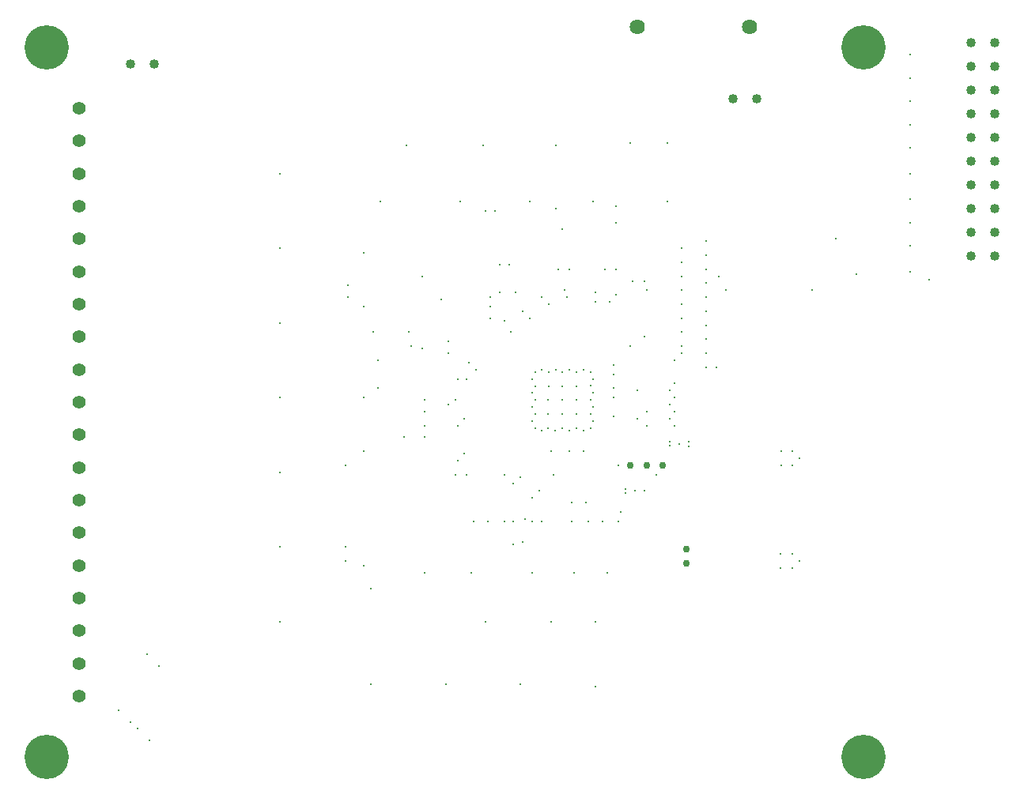
<source format=gbr>
G04 PROTEUS GERBER X2 FILE*
%TF.GenerationSoftware,Labcenter,Proteus,8.11-SP1-Build30228*%
%TF.CreationDate,2022-02-22T19:14:10+00:00*%
%TF.FileFunction,Plated,1,4,PTH*%
%TF.FilePolarity,Positive*%
%TF.Part,Single*%
%TF.SameCoordinates,{6c2897ae-c00c-46c9-bae6-367ef81e3b77}*%
%FSLAX45Y45*%
%MOMM*%
G01*
%TA.AperFunction,ViaDrill*%
%ADD166C,0.254000*%
%TA.AperFunction,OtherDrill,Unknown*%
%ADD167C,4.749800*%
%TA.AperFunction,ComponentDrill*%
%ADD168C,1.397000*%
%TA.AperFunction,ComponentDrill*%
%ADD169C,1.016000*%
%TA.AperFunction,OtherDrill,Unknown*%
%ADD170C,0.762000*%
%TA.AperFunction,ComponentDrill*%
%ADD171C,1.625600*%
%TD.AperFunction*%
D166*
X+2875000Y+2950000D03*
X+2825000Y+2875000D03*
X+2825000Y+2575000D03*
X+2825000Y+2725000D03*
X+2875000Y+2800000D03*
X+2875000Y+2650000D03*
X+2875000Y+2500000D03*
X+2350000Y+1819165D03*
X+2350000Y+1780835D03*
X+2450000Y+1800000D03*
X+2825000Y+2325000D03*
X+2825000Y+2280835D03*
X+2925000Y+2300000D03*
X+3025673Y+2324327D03*
X+3025000Y+2275000D03*
X+4013449Y+2075000D03*
X+4013449Y+2225000D03*
X+4213449Y+2150000D03*
X+4138449Y+2075000D03*
X+4138449Y+2225000D03*
X+4010040Y+975000D03*
X+4010040Y+1125000D03*
X+4135040Y+1125000D03*
X+4135040Y+975000D03*
X+4210040Y+1050000D03*
X+2225000Y+2800000D03*
X+2475000Y+2875000D03*
X+2225000Y+3050000D03*
X+2225000Y+3150000D03*
X+2550000Y+1800000D03*
X+1150000Y+1875000D03*
X+875000Y+1475000D03*
X+725000Y+1475000D03*
X+1225000Y+1950000D03*
X+625000Y+2200000D03*
X+650000Y+1975000D03*
X+550000Y+2125000D03*
X+525000Y+1975000D03*
X+525000Y+2775000D03*
X-1350000Y+3600000D03*
X-300000Y+3200000D03*
X+675000Y+3175000D03*
X+450000Y+3275000D03*
X+750000Y+3100000D03*
X+450000Y+3400000D03*
X+1050000Y+3625000D03*
X+900000Y+3775000D03*
X+1250000Y+3725000D03*
X+1175000Y+3925000D03*
X+1325000Y+3650000D03*
X+1000000Y+3925000D03*
X+1725000Y+3875000D03*
X+2400000Y+3350000D03*
X+2550000Y+3450000D03*
X+2250000Y+4175000D03*
X+2025000Y+3925000D03*
X+2250000Y+3900000D03*
X+2425000Y+4050000D03*
X+2175000Y+3825000D03*
X+2025000Y+3825000D03*
X+1150000Y+1475000D03*
X+1350000Y+1725000D03*
X+1425000Y+1800000D03*
X+1050000Y+1475000D03*
X+1775000Y+1475000D03*
X+1775000Y+1675000D03*
X+1750000Y+2225000D03*
X+1950000Y+1475000D03*
X+1575000Y+1975000D03*
X+1350000Y+1475000D03*
X+1550000Y+2225000D03*
X+1450000Y+1475000D03*
X-375000Y-275000D03*
X-375000Y+750000D03*
X+1225000Y-275000D03*
X+1550000Y+400000D03*
X+2025000Y-300000D03*
X+2025000Y+400000D03*
X+1900000Y+2225000D03*
X+2275000Y+1475000D03*
X+850000Y+4800000D03*
X+0Y+5500000D03*
X-1350000Y+400000D03*
X-650000Y+1050000D03*
X-1350000Y+1200000D03*
X-650000Y+1200000D03*
X-1350000Y+2800000D03*
X-300000Y+2900102D03*
X-1350000Y+5200000D03*
X-625000Y+4000000D03*
X-1350000Y+4400000D03*
X-625000Y+3875000D03*
X+2800000Y+5525000D03*
X+2575000Y+3950000D03*
X+375000Y+3850000D03*
X+900000Y+3650000D03*
X+1000000Y+4225000D03*
X+1525000Y+3800000D03*
X+1450000Y+3875000D03*
X+1100000Y+4225000D03*
X+1700000Y+3950000D03*
X+1750000Y+4175000D03*
X+825000Y+5500000D03*
X+950000Y+4800000D03*
X+2675000Y+1975000D03*
X+2225000Y+2900000D03*
X+1675000Y+2922320D03*
X+1827400Y+2922320D03*
X+1827400Y+2772460D03*
X+1827400Y+2620060D03*
X+1675000Y+2620060D03*
X+1522600Y+2620060D03*
X+1520060Y+2775000D03*
X+1675000Y+2775000D03*
X+1380360Y+2775000D03*
X+1380360Y+2620060D03*
X+1380360Y+2472740D03*
X+1522600Y+2472740D03*
X+1672460Y+2472740D03*
X+1824860Y+2472740D03*
X+1972180Y+2472740D03*
X+1972180Y+2620060D03*
X+1972180Y+2775000D03*
X+1972180Y+2924860D03*
X+1380360Y+2922320D03*
X+1525140Y+2922320D03*
X+1675000Y+3074720D03*
X+1827400Y+3074720D03*
X+1972180Y+3074720D03*
X+1525140Y+3074720D03*
X+1901060Y+2447340D03*
X+1751200Y+2447340D03*
X+1598800Y+2447340D03*
X+1448940Y+2447340D03*
X+1349880Y+2548940D03*
X+1349880Y+2696260D03*
X+1349880Y+2851200D03*
X+1349880Y+2998520D03*
X+1380360Y+3074720D03*
X+1451480Y+3100120D03*
X+1601340Y+3100120D03*
X+1751200Y+3100120D03*
X+1901060Y+3100120D03*
X+2002660Y+2998520D03*
X+2002660Y+2848660D03*
X+2002660Y+2696260D03*
X+2002660Y+2548940D03*
X-2650000Y-75000D03*
X-2875000Y-750000D03*
X-2950000Y-675000D03*
X-2775000Y+50000D03*
X-3075000Y-550000D03*
X-2750000Y-875000D03*
X+2875000Y+3200000D03*
X+5400000Y+4150000D03*
X+5400000Y+6475000D03*
X+2950000Y+4400000D03*
X+5400000Y+6225000D03*
X+2950000Y+4250000D03*
X+5400000Y+5975000D03*
X+2950000Y+4100000D03*
X+5400000Y+5725000D03*
X+2950000Y+3950000D03*
X+5400000Y+5475000D03*
X+2950000Y+3800000D03*
X+5400000Y+5200000D03*
X+2950000Y+3650000D03*
X+5400000Y+4925000D03*
X+2950000Y+3500000D03*
X+5400000Y+4675000D03*
X+2950000Y+3350000D03*
X+5400000Y+4425000D03*
X+2950000Y+3275000D03*
X+4600000Y+4500000D03*
X+3210000Y+3425000D03*
X+3210000Y+3575000D03*
X+3210000Y+3725000D03*
X+3210000Y+4025000D03*
X+3210000Y+3875000D03*
X+3210000Y+4175000D03*
X+3210000Y+4475000D03*
X+3210000Y+4325000D03*
X+3210000Y+3275000D03*
X+3210000Y+3125000D03*
X+2575000Y+2650000D03*
X+5601600Y+4058800D03*
X+2575000Y+2500000D03*
X+4350000Y+3950000D03*
X+3350000Y+4100000D03*
X+3425000Y+3950000D03*
X+1675024Y+4608924D03*
X+175000Y+4100000D03*
X+1125000Y+3500000D03*
X+900000Y+3875000D03*
X+650000Y+3000000D03*
X+50000Y+3350000D03*
X+550000Y+3000000D03*
X+25000Y+3500000D03*
X+175000Y+3325000D03*
X+450000Y+2725000D03*
X+200000Y+2775000D03*
X+625000Y+2575000D03*
X+550000Y+2500000D03*
X+200000Y+2500000D03*
X+200000Y+2375000D03*
X-25000Y+2375000D03*
X-1350000Y+2000000D03*
X-650000Y+2075000D03*
X+1050000Y+1975000D03*
X+425000Y-275000D03*
X+850000Y+400000D03*
X+1250000Y+1250000D03*
X+1275000Y+1500000D03*
X+1150000Y+1225000D03*
X+1925000Y+1675000D03*
X+2100000Y+1475000D03*
X+2300000Y+1575000D03*
X+4825000Y+4125000D03*
X+3325000Y+3125000D03*
X+1600000Y+5500000D03*
X+1600000Y+4825000D03*
X+2250000Y+4675000D03*
X+2125000Y+4175000D03*
X+1625000Y+4175000D03*
X+2550000Y+4050000D03*
X+200000Y+2650000D03*
X+2150000Y+925000D03*
X+1800000Y+925000D03*
X+1350000Y+925000D03*
X+700000Y+925000D03*
X-450000Y+1000000D03*
X-450000Y+2225000D03*
X-450000Y+2800000D03*
X-350000Y+3500000D03*
X-450000Y+3775000D03*
X-450000Y+4350000D03*
X+575000Y+4900000D03*
X+2000000Y+4900000D03*
X+2800000Y+4900000D03*
X+1325000Y+4900000D03*
X+2400000Y+5525000D03*
X+2250000Y+4850000D03*
X-275000Y+4900000D03*
X+200000Y+925000D03*
X+2475000Y+2575000D03*
X+2275000Y+2075000D03*
X+2225000Y+2600000D03*
D167*
X-3850000Y-1050000D03*
X-3850000Y+6550000D03*
X+4900000Y+6550000D03*
X+4900000Y-1050000D03*
D168*
X-3500000Y-400000D03*
X-3500000Y-50000D03*
X-3500000Y+300000D03*
X-3500000Y+650000D03*
X-3500000Y+1000000D03*
X-3500000Y+1350000D03*
X-3500000Y+1700000D03*
X-3500000Y+2050000D03*
X-3500000Y+2400000D03*
X-3500000Y+2750000D03*
X-3500000Y+3100000D03*
X-3500000Y+3450000D03*
X-3500000Y+3800000D03*
X-3500000Y+4150000D03*
X-3500000Y+4500000D03*
X-3500000Y+4850000D03*
X-3500000Y+5200000D03*
X-3500000Y+5550000D03*
X-3500000Y+5900000D03*
D169*
X+6050000Y+6600000D03*
X+6050000Y+6346000D03*
X+6050000Y+6092000D03*
X+6050000Y+5838000D03*
X+6050000Y+5584000D03*
X+6050000Y+5330000D03*
X+6050000Y+5076000D03*
X+6050000Y+4822000D03*
X+6050000Y+4568000D03*
X+6050000Y+4314000D03*
X+6304000Y+4314000D03*
X+6304000Y+4568000D03*
X+6304000Y+4822000D03*
X+6304000Y+5076000D03*
X+6304000Y+5330000D03*
X+6304000Y+5584000D03*
X+6304000Y+5838000D03*
X+6304000Y+6092000D03*
X+6304000Y+6346000D03*
X+6304000Y+6600000D03*
D170*
X+2400000Y+2075000D03*
X+2750000Y+2075000D03*
X+2575000Y+2075000D03*
X+3000000Y+1025000D03*
X+3000000Y+1175000D03*
D171*
X+3675000Y+6775000D03*
D169*
X+3500000Y+6000000D03*
X+3754000Y+6000000D03*
D171*
X+2475000Y+6775000D03*
D169*
X-2950000Y+6375000D03*
X-2696000Y+6375000D03*
M02*

</source>
